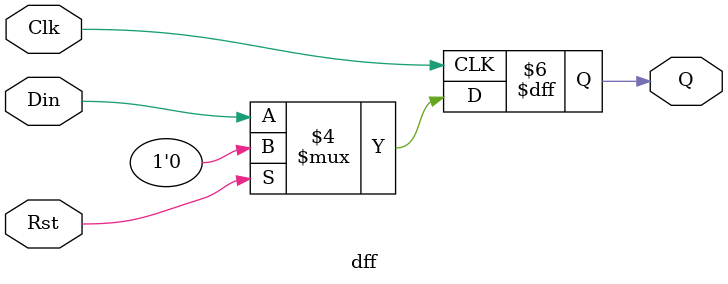
<source format=v>
module shiftregister(Din,Clk,Rst,Dout); 
input Din,Clk,Rst;
output Dout;
wire w,w1,w2;

dff A(.Din(Din),.Clk(Clk),.Rst(Rst),.Q(w));
dff B(.Din(w),.Clk(Clk),.Rst(Rst),.Q(w1));
dff C(.Din(w1),.Clk(Clk),.Rst(Rst),.Q(w2));
dff D(.Din(w2),.Clk(Clk),.Rst(Rst),.Q(Dout));


endmodule

module dff(Din,Clk,Rst,Q);
input Din,Clk,Rst;
output reg Q;

always @(posedge Clk ) begin

    if(Rst == 1 ) begin
     Q <= 1'b0; 
     end
     else begin
     Q <= Din; 
     end

end
endmodule
</source>
